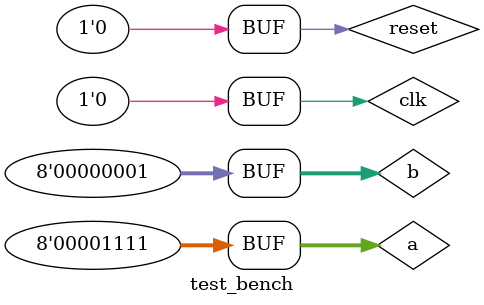
<source format=v>
`timescale 1ns / 1ps


module test_bench;

	// Inputs
	reg [7:0] a;
	reg [7:0] b;
	reg clk;
	reg reset;

	// Outputs
	wire [7:0] sum;
	wire cout;

	// Instantiate the Unit Under Test (UUT)
	Bit_Serial_Adder uut (
		.a(a), 
		.b(b), 
		.clk(clk), 
		.reset(reset), 
		.sum(sum), 
		.cout(cout)
	);

	initial begin
		// Initialize Inputs
		a = 0;
		b = 0;
		clk = 0;
		reset = 0;

		// Wait 100 ns for global reset to finish
		#100;
        
		// Add stimulus here
		#1;clk =1; a =15;b =1; 
		#1;clk =0;
		#1;clk =1;
		#1;clk=0;
		#1;clk =1;
		#1;clk=0;
		#1;clk =1;
		#1;clk=0;
		#1;clk =1;
		#1;clk=0;
		#1;clk =1;
		#1;clk=0;
		#1;clk =1;
		#1;clk=0;
		#1;clk =1;
		#1;clk=0;
		#1;clk =1;
		#1;clk=0;

	end
      
endmodule


</source>
